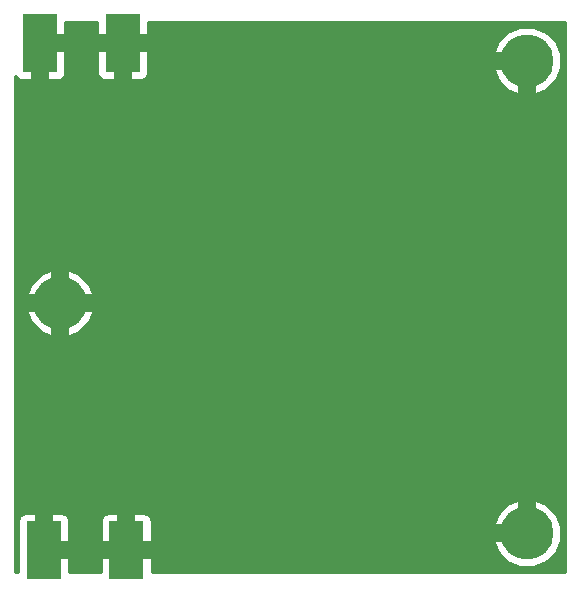
<source format=gbr>
G04 #@! TF.FileFunction,Copper,L2,Bot,Signal*
%FSLAX46Y46*%
G04 Gerber Fmt 4.6, Leading zero omitted, Abs format (unit mm)*
G04 Created by KiCad (PCBNEW (2015-05-16 BZR 5655)-product) date Fri 05 Jun 2015 17:35:23 CEST*
%MOMM*%
G01*
G04 APERTURE LIST*
%ADD10C,0.150000*%
%ADD11R,3.000000X5.000000*%
%ADD12C,4.500000*%
%ADD13C,1.500000*%
%ADD14C,0.254000*%
G04 APERTURE END LIST*
D10*
D11*
X103800000Y-38500000D03*
X110800000Y-38500000D03*
X104100000Y-81450000D03*
X111100000Y-81450000D03*
D12*
X105500000Y-60500000D03*
X145000000Y-40000000D03*
X145000000Y-80000000D03*
D13*
X110800000Y-38500000D02*
X114000000Y-38500000D01*
X110800000Y-42300000D02*
X111000000Y-42500000D01*
X110800000Y-38500000D02*
X110800000Y-42300000D01*
X107500000Y-38500000D02*
X110800000Y-38500000D01*
X103800000Y-38500000D02*
X107500000Y-38500000D01*
X103800000Y-42300000D02*
X104000000Y-42500000D01*
X103800000Y-38500000D02*
X103800000Y-42300000D01*
X105500000Y-60500000D02*
X105500000Y-54000000D01*
X110500000Y-60500000D02*
X105500000Y-60500000D01*
X105500000Y-60500000D02*
X105500000Y-64500000D01*
X105500000Y-60500000D02*
X103000000Y-60500000D01*
X104100000Y-77600000D02*
X104000000Y-77500000D01*
X104100000Y-81450000D02*
X104100000Y-77600000D01*
X111100000Y-81450000D02*
X104100000Y-81450000D01*
X114450000Y-81450000D02*
X114500000Y-81500000D01*
X111100000Y-81450000D02*
X114450000Y-81450000D01*
X111100000Y-77600000D02*
X111000000Y-77500000D01*
X111100000Y-81450000D02*
X111100000Y-77600000D01*
X142000000Y-40000000D02*
X141500000Y-40500000D01*
X145000000Y-40000000D02*
X145000000Y-45500000D01*
X145500000Y-46000000D02*
X145000000Y-45500000D01*
X145000000Y-40000000D02*
X142000000Y-40000000D01*
X145000000Y-80000000D02*
X145000000Y-75000000D01*
X140500000Y-80000000D02*
X145000000Y-80000000D01*
D14*
G36*
X148290000Y-83290000D02*
X147885499Y-83290000D01*
X147885499Y-79428656D01*
X147885499Y-39428656D01*
X147447210Y-38367914D01*
X146636355Y-37555643D01*
X145576380Y-37115502D01*
X144428656Y-37114501D01*
X143367914Y-37552790D01*
X142555643Y-38363645D01*
X142115502Y-39423620D01*
X142114501Y-40571344D01*
X142552790Y-41632086D01*
X143363645Y-42444357D01*
X144423620Y-42884498D01*
X145571344Y-42885499D01*
X146632086Y-42447210D01*
X147444357Y-41636355D01*
X147884498Y-40576380D01*
X147885499Y-39428656D01*
X147885499Y-79428656D01*
X147447210Y-78367914D01*
X146636355Y-77555643D01*
X145576380Y-77115502D01*
X144428656Y-77114501D01*
X143367914Y-77552790D01*
X142555643Y-78363645D01*
X142115502Y-79423620D01*
X142114501Y-80571344D01*
X142552790Y-81632086D01*
X143363645Y-82444357D01*
X144423620Y-82884498D01*
X145571344Y-82885499D01*
X146632086Y-82447210D01*
X147444357Y-81636355D01*
X147884498Y-80576380D01*
X147885499Y-79428656D01*
X147885499Y-83290000D01*
X113247440Y-83290000D01*
X113247440Y-78950000D01*
X113235000Y-78885883D01*
X113235000Y-78823690D01*
X113212300Y-78768888D01*
X113200463Y-78707877D01*
X113164098Y-78652518D01*
X113138327Y-78590301D01*
X113094320Y-78546294D01*
X113060673Y-78495073D01*
X113006594Y-78458569D01*
X112959698Y-78411673D01*
X112901259Y-78387467D01*
X112849640Y-78352623D01*
X112786635Y-78339987D01*
X112726309Y-78315000D01*
X112662032Y-78315000D01*
X112600000Y-78302560D01*
X109600000Y-78302560D01*
X109535883Y-78315000D01*
X109473691Y-78315000D01*
X109418890Y-78337699D01*
X109357877Y-78349537D01*
X109302517Y-78385902D01*
X109240302Y-78411673D01*
X109196295Y-78455679D01*
X109145073Y-78489327D01*
X109108570Y-78543403D01*
X109061673Y-78590301D01*
X109037466Y-78648741D01*
X109002623Y-78700360D01*
X108989988Y-78763362D01*
X108965000Y-78823690D01*
X108965000Y-78887967D01*
X108952560Y-78950000D01*
X108952560Y-83290000D01*
X108385499Y-83290000D01*
X108385499Y-59928656D01*
X107947210Y-58867914D01*
X107136355Y-58055643D01*
X106076380Y-57615502D01*
X104928656Y-57614501D01*
X103867914Y-58052790D01*
X103055643Y-58863645D01*
X102615502Y-59923620D01*
X102614501Y-61071344D01*
X103052790Y-62132086D01*
X103863645Y-62944357D01*
X104923620Y-63384498D01*
X106071344Y-63385499D01*
X107132086Y-62947210D01*
X107944357Y-62136355D01*
X108384498Y-61076380D01*
X108385499Y-59928656D01*
X108385499Y-83290000D01*
X106247440Y-83290000D01*
X106247440Y-78950000D01*
X106235000Y-78885883D01*
X106235000Y-78823690D01*
X106212300Y-78768888D01*
X106200463Y-78707877D01*
X106164098Y-78652518D01*
X106138327Y-78590301D01*
X106094320Y-78546294D01*
X106060673Y-78495073D01*
X106006594Y-78458569D01*
X105959698Y-78411673D01*
X105901259Y-78387467D01*
X105849640Y-78352623D01*
X105786635Y-78339987D01*
X105726309Y-78315000D01*
X105662032Y-78315000D01*
X105600000Y-78302560D01*
X102600000Y-78302560D01*
X102535883Y-78315000D01*
X102473691Y-78315000D01*
X102418890Y-78337699D01*
X102357877Y-78349537D01*
X102302517Y-78385902D01*
X102240302Y-78411673D01*
X102196295Y-78455679D01*
X102145073Y-78489327D01*
X102108570Y-78543403D01*
X102061673Y-78590301D01*
X102037466Y-78648741D01*
X102002623Y-78700360D01*
X101989988Y-78763362D01*
X101965000Y-78823690D01*
X101965000Y-78887967D01*
X101952560Y-78950000D01*
X101952560Y-83290000D01*
X101710000Y-83290000D01*
X101710000Y-41258050D01*
X101735901Y-41297481D01*
X101761673Y-41359699D01*
X101805679Y-41403705D01*
X101839327Y-41454927D01*
X101893405Y-41491430D01*
X101940302Y-41538327D01*
X101998740Y-41562532D01*
X102050360Y-41597377D01*
X102113364Y-41610012D01*
X102173691Y-41635000D01*
X102237967Y-41635000D01*
X102300000Y-41647440D01*
X105300000Y-41647440D01*
X105364116Y-41635000D01*
X105426309Y-41635000D01*
X105481109Y-41612300D01*
X105542123Y-41600463D01*
X105597482Y-41564097D01*
X105659698Y-41538327D01*
X105703704Y-41494320D01*
X105754927Y-41460673D01*
X105791429Y-41406596D01*
X105838327Y-41359699D01*
X105862533Y-41301258D01*
X105897377Y-41249640D01*
X105910011Y-41186637D01*
X105935000Y-41126310D01*
X105935000Y-41062032D01*
X105947440Y-41000000D01*
X105947440Y-36710000D01*
X108652560Y-36710000D01*
X108652560Y-41000000D01*
X108665000Y-41064116D01*
X108665000Y-41126310D01*
X108687699Y-41181111D01*
X108699537Y-41242123D01*
X108735901Y-41297481D01*
X108761673Y-41359699D01*
X108805679Y-41403705D01*
X108839327Y-41454927D01*
X108893405Y-41491430D01*
X108940302Y-41538327D01*
X108998740Y-41562532D01*
X109050360Y-41597377D01*
X109113364Y-41610012D01*
X109173691Y-41635000D01*
X109237967Y-41635000D01*
X109300000Y-41647440D01*
X112300000Y-41647440D01*
X112364116Y-41635000D01*
X112426309Y-41635000D01*
X112481109Y-41612300D01*
X112542123Y-41600463D01*
X112597482Y-41564097D01*
X112659698Y-41538327D01*
X112703704Y-41494320D01*
X112754927Y-41460673D01*
X112791429Y-41406596D01*
X112838327Y-41359699D01*
X112862533Y-41301258D01*
X112897377Y-41249640D01*
X112910011Y-41186637D01*
X112935000Y-41126310D01*
X112935000Y-41062032D01*
X112947440Y-41000000D01*
X112947440Y-36710000D01*
X148290000Y-36710000D01*
X148290000Y-83290000D01*
X148290000Y-83290000D01*
G37*
X148290000Y-83290000D02*
X147885499Y-83290000D01*
X147885499Y-79428656D01*
X147885499Y-39428656D01*
X147447210Y-38367914D01*
X146636355Y-37555643D01*
X145576380Y-37115502D01*
X144428656Y-37114501D01*
X143367914Y-37552790D01*
X142555643Y-38363645D01*
X142115502Y-39423620D01*
X142114501Y-40571344D01*
X142552790Y-41632086D01*
X143363645Y-42444357D01*
X144423620Y-42884498D01*
X145571344Y-42885499D01*
X146632086Y-42447210D01*
X147444357Y-41636355D01*
X147884498Y-40576380D01*
X147885499Y-39428656D01*
X147885499Y-79428656D01*
X147447210Y-78367914D01*
X146636355Y-77555643D01*
X145576380Y-77115502D01*
X144428656Y-77114501D01*
X143367914Y-77552790D01*
X142555643Y-78363645D01*
X142115502Y-79423620D01*
X142114501Y-80571344D01*
X142552790Y-81632086D01*
X143363645Y-82444357D01*
X144423620Y-82884498D01*
X145571344Y-82885499D01*
X146632086Y-82447210D01*
X147444357Y-81636355D01*
X147884498Y-80576380D01*
X147885499Y-79428656D01*
X147885499Y-83290000D01*
X113247440Y-83290000D01*
X113247440Y-78950000D01*
X113235000Y-78885883D01*
X113235000Y-78823690D01*
X113212300Y-78768888D01*
X113200463Y-78707877D01*
X113164098Y-78652518D01*
X113138327Y-78590301D01*
X113094320Y-78546294D01*
X113060673Y-78495073D01*
X113006594Y-78458569D01*
X112959698Y-78411673D01*
X112901259Y-78387467D01*
X112849640Y-78352623D01*
X112786635Y-78339987D01*
X112726309Y-78315000D01*
X112662032Y-78315000D01*
X112600000Y-78302560D01*
X109600000Y-78302560D01*
X109535883Y-78315000D01*
X109473691Y-78315000D01*
X109418890Y-78337699D01*
X109357877Y-78349537D01*
X109302517Y-78385902D01*
X109240302Y-78411673D01*
X109196295Y-78455679D01*
X109145073Y-78489327D01*
X109108570Y-78543403D01*
X109061673Y-78590301D01*
X109037466Y-78648741D01*
X109002623Y-78700360D01*
X108989988Y-78763362D01*
X108965000Y-78823690D01*
X108965000Y-78887967D01*
X108952560Y-78950000D01*
X108952560Y-83290000D01*
X108385499Y-83290000D01*
X108385499Y-59928656D01*
X107947210Y-58867914D01*
X107136355Y-58055643D01*
X106076380Y-57615502D01*
X104928656Y-57614501D01*
X103867914Y-58052790D01*
X103055643Y-58863645D01*
X102615502Y-59923620D01*
X102614501Y-61071344D01*
X103052790Y-62132086D01*
X103863645Y-62944357D01*
X104923620Y-63384498D01*
X106071344Y-63385499D01*
X107132086Y-62947210D01*
X107944357Y-62136355D01*
X108384498Y-61076380D01*
X108385499Y-59928656D01*
X108385499Y-83290000D01*
X106247440Y-83290000D01*
X106247440Y-78950000D01*
X106235000Y-78885883D01*
X106235000Y-78823690D01*
X106212300Y-78768888D01*
X106200463Y-78707877D01*
X106164098Y-78652518D01*
X106138327Y-78590301D01*
X106094320Y-78546294D01*
X106060673Y-78495073D01*
X106006594Y-78458569D01*
X105959698Y-78411673D01*
X105901259Y-78387467D01*
X105849640Y-78352623D01*
X105786635Y-78339987D01*
X105726309Y-78315000D01*
X105662032Y-78315000D01*
X105600000Y-78302560D01*
X102600000Y-78302560D01*
X102535883Y-78315000D01*
X102473691Y-78315000D01*
X102418890Y-78337699D01*
X102357877Y-78349537D01*
X102302517Y-78385902D01*
X102240302Y-78411673D01*
X102196295Y-78455679D01*
X102145073Y-78489327D01*
X102108570Y-78543403D01*
X102061673Y-78590301D01*
X102037466Y-78648741D01*
X102002623Y-78700360D01*
X101989988Y-78763362D01*
X101965000Y-78823690D01*
X101965000Y-78887967D01*
X101952560Y-78950000D01*
X101952560Y-83290000D01*
X101710000Y-83290000D01*
X101710000Y-41258050D01*
X101735901Y-41297481D01*
X101761673Y-41359699D01*
X101805679Y-41403705D01*
X101839327Y-41454927D01*
X101893405Y-41491430D01*
X101940302Y-41538327D01*
X101998740Y-41562532D01*
X102050360Y-41597377D01*
X102113364Y-41610012D01*
X102173691Y-41635000D01*
X102237967Y-41635000D01*
X102300000Y-41647440D01*
X105300000Y-41647440D01*
X105364116Y-41635000D01*
X105426309Y-41635000D01*
X105481109Y-41612300D01*
X105542123Y-41600463D01*
X105597482Y-41564097D01*
X105659698Y-41538327D01*
X105703704Y-41494320D01*
X105754927Y-41460673D01*
X105791429Y-41406596D01*
X105838327Y-41359699D01*
X105862533Y-41301258D01*
X105897377Y-41249640D01*
X105910011Y-41186637D01*
X105935000Y-41126310D01*
X105935000Y-41062032D01*
X105947440Y-41000000D01*
X105947440Y-36710000D01*
X108652560Y-36710000D01*
X108652560Y-41000000D01*
X108665000Y-41064116D01*
X108665000Y-41126310D01*
X108687699Y-41181111D01*
X108699537Y-41242123D01*
X108735901Y-41297481D01*
X108761673Y-41359699D01*
X108805679Y-41403705D01*
X108839327Y-41454927D01*
X108893405Y-41491430D01*
X108940302Y-41538327D01*
X108998740Y-41562532D01*
X109050360Y-41597377D01*
X109113364Y-41610012D01*
X109173691Y-41635000D01*
X109237967Y-41635000D01*
X109300000Y-41647440D01*
X112300000Y-41647440D01*
X112364116Y-41635000D01*
X112426309Y-41635000D01*
X112481109Y-41612300D01*
X112542123Y-41600463D01*
X112597482Y-41564097D01*
X112659698Y-41538327D01*
X112703704Y-41494320D01*
X112754927Y-41460673D01*
X112791429Y-41406596D01*
X112838327Y-41359699D01*
X112862533Y-41301258D01*
X112897377Y-41249640D01*
X112910011Y-41186637D01*
X112935000Y-41126310D01*
X112935000Y-41062032D01*
X112947440Y-41000000D01*
X112947440Y-36710000D01*
X148290000Y-36710000D01*
X148290000Y-83290000D01*
M02*

</source>
